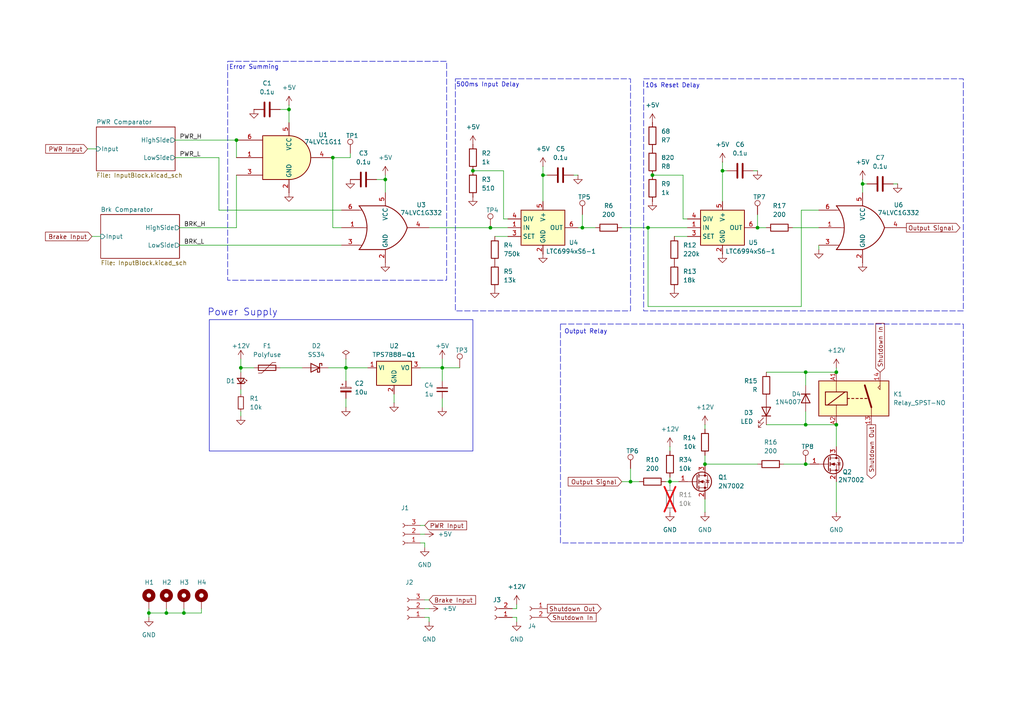
<source format=kicad_sch>
(kicad_sch (version 20250114) (generator "eeschema") (generator_version "9.0")
  (paper "A4")
  (title_block (title "BSPD ") (rev "v1.1") (company "York Formula Student"))
  (lib_symbols
    (symbol "!LJC:L78M"
      (property "Reference" "U" (at 4.318 9.652 0))
      (property "Value" "L78M05CDT" (at 5.334 7.366 0))
      (symbol "L78M_1_1"
        (rectangle (start 0 5.715) (end 10.16 -1.27) (stroke (width 0.25)) (fill (type background)))
        (pin power_in line (at -2.54 3.81 0) (length 2.54) (name "VI") (number "1"))
        (pin power_in line (at 5.08 -3.81 90) (length 2.54) (name "GND") (number "2"))
        (pin power_out line (at 12.7 3.81 180) (length 2.54) (name "VO") (number "3"))
      )
    )
    (symbol "74xGxx:74LVC1G11"
      (property "Reference" "U" (at -5.08 10.16 0))
      (property "Value" "74LVC1G11" (at 7.62 -10.16 0))
      (symbol "74LVC1G11_0_1"
        (arc (start 0 6.35) (mid 6.3224 0) (end 0 -6.35) (stroke (width 0.254)) (fill (type background)))
        (polyline (pts (xy 0 -6.35) (xy -7.62 -6.35) (xy -7.62 6.35) (xy 0 6.35)) (stroke (width 0.254)) (fill (type background)))
      )
      (symbol "74LVC1G11_1_1"
        (pin input line (at -15.24 5.08 0) (length 7.62) (name "~") (number "6"))
        (pin input line (at -15.24 0 0) (length 7.62) (name "~") (number "1"))
        (pin input line (at -15.24 -5.08 0) (length 7.62) (name "~") (number "3"))
        (pin power_in line (at 0 10.16 270) (length 3.81) (name "VCC") (number "5"))
        (pin power_in line (at 0 -10.16 90) (length 3.81) (name "GND") (number "2"))
        (pin output line (at 12.7 0 180) (length 6.35) (name "~") (number "4"))
      )
    )
    (symbol "74xGxx:74LVC1G332"
      (property "Reference" "U" (at -7.112 7.366 0))
      (property "Value" "74LVC1G332" (at 6.096 -7.62 0))
      (symbol "74LVC1G332_0_1"
        (arc (start -7.62 6.35) (mid -5.321 0) (end -7.62 -6.35) (stroke (width 0.254)))
        (polyline (pts (xy -7.62 5.08) (xy -6.858 5.08)))
        (polyline (pts (xy -7.62 -5.08) (xy -6.858 -5.08)))
        (polyline (pts (xy -6.35 0) (xy -5.334 0)))
        (arc (start 6.35 0) (mid 3.9978 -3.9978) (end 0 -6.35) (stroke (width 0.254)))
        (arc (start 0 6.35) (mid 3.9978 3.9978) (end 6.35 0) (stroke (width 0.254)))
        (polyline (pts (xy 0 6.35) (xy -7.62 6.35)) (stroke (width 0.254)) (fill (type background)))
        (polyline (pts (xy 0 -6.35) (xy -7.62 -6.35)) (stroke (width 0.254)) (fill (type background)))
      )
      (symbol "74LVC1G332_1_1"
        (pin input line (at -12.7 5.08 0) (length 5.08) (name "~") (number "6"))
        (pin input line (at -12.7 0 0) (length 6.35) (name "~") (number "1"))
        (pin input line (at -12.7 -5.08 0) (length 5.08) (name "~") (number "3"))
        (pin power_in line (at 0 10.16 270) (length 3.81) (name "VCC") (number "5"))
        (pin power_in line (at 0 -10.16 90) (length 3.81) (name "GND") (number "2"))
        (pin output line (at 12.7 0 180) (length 6.35) (name "~") (number "4"))
      )
    )
    (symbol "Connector:Conn_01x02_Socket" (pin_names (offset 1.016) (hide yes))
      (property "Reference" "J" (at 0 2.54 0))
      (property "Value" "Conn_01x02_Socket" (at 0 -5.08 0))
      (symbol "Conn_01x02_Socket_1_1"
        (polyline (pts (xy -1.27 0) (xy -0.508 0)) (stroke (width 0.1524)))
        (polyline (pts (xy -1.27 -2.54) (xy -0.508 -2.54)) (stroke (width 0.1524)))
        (arc (start 0 -0.508) (mid -0.5058 0) (end 0 0.508) (stroke (width 0.1524)))
        (arc (start 0 -3.048) (mid -0.5058 -2.54) (end 0 -2.032) (stroke (width 0.1524)))
        (pin passive line (at -5.08 0 0) (length 3.81) (name "Pin_1") (number "1"))
        (pin passive line (at -5.08 -2.54 0) (length 3.81) (name "Pin_2") (number "2"))
      )
    )
    (symbol "Connector:Conn_01x03_Socket" (pin_names (offset 1.016) (hide yes))
      (property "Reference" "J" (at 0 5.08 0))
      (property "Value" "Conn_01x03_Socket" (at 0 -5.08 0))
      (symbol "Conn_01x03_Socket_1_1"
        (polyline (pts (xy -1.27 2.54) (xy -0.508 2.54)) (stroke (width 0.1524)))
        (polyline (pts (xy -1.27 0) (xy -0.508 0)) (stroke (width 0.1524)))
        (polyline (pts (xy -1.27 -2.54) (xy -0.508 -2.54)) (stroke (width 0.1524)))
        (arc (start 0 2.032) (mid -0.5058 2.54) (end 0 3.048) (stroke (width 0.1524)))
        (arc (start 0 -0.508) (mid -0.5058 0) (end 0 0.508) (stroke (width 0.1524)))
        (arc (start 0 -3.048) (mid -0.5058 -2.54) (end 0 -2.032) (stroke (width 0.1524)))
        (pin passive line (at -5.08 2.54 0) (length 3.81) (name "Pin_1") (number "1"))
        (pin passive line (at -5.08 0 0) (length 3.81) (name "Pin_2") (number "2"))
        (pin passive line (at -5.08 -2.54 0) (length 3.81) (name "Pin_3") (number "3"))
      )
    )
    (symbol "Connector:TestPoint" (pin_numbers (hide yes)) (pin_names (offset 0.762) (hide yes))
      (property "Reference" "TP" (at 0 6.858 0))
      (property "Value" "TestPoint" (at 0 5.08 0))
      (symbol "TestPoint_0_1"
        (circle (center 0 3.302) (radius 0.762))
      )
      (symbol "TestPoint_1_1"
        (pin passive line (at 0 0 90) (length 2.54) (name "1") (number "1"))
      )
    )
    (symbol "Device:C" (pin_numbers (hide yes)) (pin_names (offset 0.254))
      (property "Reference" "C" (at 0.635 2.54 0))
      (property "Value" "C" (at 0.635 -2.54 0))
      (symbol "C_0_1"
        (polyline (pts (xy -2.032 0.762) (xy 2.032 0.762)) (stroke (width 0.508)))
        (polyline (pts (xy -2.032 -0.762) (xy 2.032 -0.762)) (stroke (width 0.508)))
      )
      (symbol "C_1_1"
        (pin passive line (at 0 3.81 270) (length 2.794) (name "~") (number "1"))
        (pin passive line (at 0 -3.81 90) (length 2.794) (name "~") (number "2"))
      )
    )
    (symbol "Device:C_Polarized_Small" (pin_numbers (hide yes)) (pin_names (offset 0.254) (hide yes))
      (property "Reference" "C" (at 0.254 1.778 0))
      (property "Value" "C_Polarized_Small" (at 0.254 -2.032 0))
      (symbol "C_Polarized_Small_0_1"
        (rectangle (start -1.524 0.6858) (end 1.524 0.3048))
        (rectangle (start -1.524 -0.3048) (end 1.524 -0.6858) (fill (type outline)))
        (polyline (pts (xy -1.27 1.524) (xy -0.762 1.524)))
        (polyline (pts (xy -1.016 1.27) (xy -1.016 1.778)))
      )
      (symbol "C_Polarized_Small_1_1"
        (pin passive line (at 0 2.54 270) (length 1.8542) (name "~") (number "1"))
        (pin passive line (at 0 -2.54 90) (length 1.8542) (name "~") (number "2"))
      )
    )
    (symbol "Device:C_Small" (pin_numbers (hide yes)) (pin_names (offset 0.254) (hide yes))
      (property "Reference" "C" (at 0.254 1.778 0))
      (property "Value" "C_Small" (at 0.254 -2.032 0))
      (symbol "C_Small_0_1"
        (polyline (pts (xy -1.524 0.508) (xy 1.524 0.508)) (stroke (width 0.3048)))
        (polyline (pts (xy -1.524 -0.508) (xy 1.524 -0.508)) (stroke (width 0.3302)))
      )
      (symbol "C_Small_1_1"
        (pin passive line (at 0 2.54 270) (length 2.032) (name "~") (number "1"))
        (pin passive line (at 0 -2.54 90) (length 2.032) (name "~") (number "2"))
      )
    )
    (symbol "Device:LED" (pin_numbers (hide yes)) (pin_names (offset 1.016) (hide yes))
      (property "Reference" "D" (at 0 2.54 0))
      (property "Value" "LED" (at 0 -2.54 0))
      (symbol "LED_0_1"
        (polyline (pts (xy -3.048 -0.762) (xy -4.572 -2.286) (xy -3.81 -2.286) (xy -4.572 -2.286) (xy -4.572 -1.524)))
        (polyline (pts (xy -1.778 -0.762) (xy -3.302 -2.286) (xy -2.54 -2.286) (xy -3.302 -2.286) (xy -3.302 -1.524)))
        (polyline (pts (xy -1.27 0) (xy 1.27 0)))
        (polyline (pts (xy -1.27 -1.27) (xy -1.27 1.27)) (stroke (width 0.254)))
        (polyline (pts (xy 1.27 -1.27) (xy 1.27 1.27) (xy -1.27 0) (xy 1.27 -1.27)) (stroke (width 0.254)))
      )
      (symbol "LED_1_1"
        (pin passive line (at -3.81 0 0) (length 2.54) (name "K") (number "1"))
        (pin passive line (at 3.81 0 180) (length 2.54) (name "A") (number "2"))
      )
    )
    (symbol "Device:LED_Small" (pin_numbers (hide yes)) (pin_names (offset 0.254) (hide yes))
      (property "Reference" "D" (at -1.27 3.175 0))
      (property "Value" "LED_Small" (at -4.445 -2.54 0))
      (symbol "LED_Small_0_1"
        (polyline (pts (xy -0.762 -1.016) (xy -0.762 1.016)) (stroke (width 0.254)))
        (polyline (pts (xy 0 0.762) (xy -0.508 1.27) (xy -0.254 1.27) (xy -0.508 1.27) (xy -0.508 1.016)))
        (polyline (pts (xy 0.508 1.27) (xy 0 1.778) (xy 0.254 1.778) (xy 0 1.778) (xy 0 1.524)))
        (polyline (pts (xy 0.762 -1.016) (xy -0.762 0) (xy 0.762 1.016) (xy 0.762 -1.016)) (stroke (width 0.254)))
        (polyline (pts (xy 1.016 0) (xy -0.762 0)))
      )
      (symbol "LED_Small_1_1"
        (pin passive line (at -2.54 0 0) (length 1.778) (name "K") (number "1"))
        (pin passive line (at 2.54 0 180) (length 1.778) (name "A") (number "2"))
      )
    )
    (symbol "Device:Polyfuse" (pin_numbers (hide yes)) (pin_names (offset 0))
      (property "Reference" "F" (at -2.54 0 90))
      (property "Value" "Polyfuse" (at 2.54 0 90))
      (symbol "Polyfuse_0_1"
        (polyline (pts (xy -1.524 2.54) (xy -1.524 1.524) (xy 1.524 -1.524) (xy 1.524 -2.54)))
        (rectangle (start -0.762 2.54) (end 0.762 -2.54) (stroke (width 0.254)))
        (polyline (pts (xy 0 2.54) (xy 0 -2.54)))
      )
      (symbol "Polyfuse_1_1"
        (pin passive line (at 0 3.81 270) (length 1.27) (name "~") (number "1"))
        (pin passive line (at 0 -3.81 90) (length 1.27) (name "~") (number "2"))
      )
    )
    (symbol "Device:R" (pin_numbers (hide yes)) (pin_names (offset 0))
      (property "Reference" "R" (at 2.032 0 90))
      (property "Value" "R" (at 0 0 90))
      (symbol "R_0_1"
        (rectangle (start -1.016 -2.54) (end 1.016 2.54) (stroke (width 0.254)))
      )
      (symbol "R_1_1"
        (pin passive line (at 0 3.81 270) (length 1.27) (name "~") (number "1"))
        (pin passive line (at 0 -3.81 90) (length 1.27) (name "~") (number "2"))
      )
    )
    (symbol "Device:R_Small" (pin_numbers (hide yes)) (pin_names (offset 0.254) (hide yes))
      (property "Reference" "R" (at 0.762 0.508 0))
      (property "Value" "R_Small" (at 0.762 -1.016 0))
      (symbol "R_Small_0_1"
        (rectangle (start -0.762 1.778) (end 0.762 -1.778) (stroke (width 0.2032)))
      )
      (symbol "R_Small_1_1"
        (pin passive line (at 0 2.54 270) (length 0.762) (name "~") (number "1"))
        (pin passive line (at 0 -2.54 90) (length 0.762) (name "~") (number "2"))
      )
    )
    (symbol "Diode:1N4007" (pin_numbers (hide yes)) (pin_names (hide yes))
      (property "Reference" "D" (at 0 2.54 0))
      (property "Value" "1N4007" (at 0 -2.54 0))
      (symbol "1N4007_0_1"
        (polyline (pts (xy -1.27 1.27) (xy -1.27 -1.27)) (stroke (width 0.254)))
        (polyline (pts (xy 1.27 1.27) (xy 1.27 -1.27) (xy -1.27 0) (xy 1.27 1.27)) (stroke (width 0.254)))
        (polyline (pts (xy 1.27 0) (xy -1.27 0)))
      )
      (symbol "1N4007_1_1"
        (pin passive line (at -3.81 0 0) (length 2.54) (name "K") (number "1"))
        (pin passive line (at 3.81 0 180) (length 2.54) (name "A") (number "2"))
      )
    )
    (symbol "Diode:SS34" (pin_numbers (hide yes)) (pin_names (offset 1.016) (hide yes))
      (property "Reference" "D" (at 0 2.54 0))
      (property "Value" "SS34" (at 0 -2.54 0))
      (symbol "SS34_0_1"
        (polyline (pts (xy -1.905 0.635) (xy -1.905 1.27) (xy -1.27 1.27) (xy -1.27 -1.27) (xy -0.635 -1.27) (xy -0.635 -0.635)) (stroke (width 0.254)))
        (polyline (pts (xy 1.27 1.27) (xy 1.27 -1.27) (xy -1.27 0) (xy 1.27 1.27)) (stroke (width 0.254)))
        (polyline (pts (xy 1.27 0) (xy -1.27 0)))
      )
      (symbol "SS34_1_1"
        (pin passive line (at -3.81 0 0) (length 2.54) (name "K") (number "1"))
        (pin passive line (at 3.81 0 180) (length 2.54) (name "A") (number "2"))
      )
    )
    (symbol "Mechanical:MountingHole_Pad" (pin_numbers (hide yes)) (pin_names (offset 1.016) (hide yes)) (exclude_from_sim yes) (in_bom no)
      (property "Reference" "H" (at 0 6.35 0))
      (property "Value" "MountingHole_Pad" (at 0 4.445 0))
      (symbol "MountingHole_Pad_0_1"
        (circle (center 0 1.27) (radius 1.27) (stroke (width 1.27)))
      )
      (symbol "MountingHole_Pad_1_1"
        (pin input line (at 0 -2.54 90) (length 2.54) (name "1") (number "1"))
      )
    )
    (symbol "Relay:Relay_SPST-NO"
      (property "Reference" "K" (at 11.43 3.81 0))
      (property "Value" "Relay_SPST-NO" (at 11.43 1.27 0))
      (symbol "Relay_SPST-NO_0_0"
        (polyline (pts (xy 7.62 5.08) (xy 7.62 2.54) (xy 6.985 3.175) (xy 7.62 3.81)))
      )
      (symbol "Relay_SPST-NO_0_1"
        (rectangle (start -10.16 5.08) (end 10.16 -5.08) (stroke (width 0.254)) (fill (type background)))
        (rectangle (start -8.255 1.905) (end -1.905 -1.905) (stroke (width 0.254)))
        (polyline (pts (xy -7.62 -1.905) (xy -2.54 1.905)) (stroke (width 0.254)))
        (polyline (pts (xy -5.08 5.08) (xy -5.08 1.905)))
        (polyline (pts (xy -5.08 -5.08) (xy -5.08 -1.905)))
        (polyline (pts (xy -1.905 0) (xy -1.27 0)) (stroke (width 0.254)))
        (polyline (pts (xy -0.635 0) (xy 0 0)) (stroke (width 0.254)))
        (polyline (pts (xy 0.635 0) (xy 1.27 0)) (stroke (width 0.254)))
        (polyline (pts (xy 1.905 0) (xy 2.54 0)) (stroke (width 0.254)))
        (polyline (pts (xy 3.175 0) (xy 3.81 0)) (stroke (width 0.254)))
        (polyline (pts (xy 5.08 -2.54) (xy 3.175 3.81)) (stroke (width 0.508)))
        (polyline (pts (xy 5.08 -2.54) (xy 5.08 -5.08)))
      )
      (symbol "Relay_SPST-NO_1_1"
        (pin passive line (at -5.08 7.62 270) (length 2.54) (name "~") (number "A1"))
        (pin passive line (at -5.08 -7.62 90) (length 2.54) (name "~") (number "A2"))
        (pin passive line (at 5.08 -7.62 90) (length 2.54) (name "~") (number "13"))
        (pin passive line (at 7.62 7.62 270) (length 2.54) (name "~") (number "14"))
      )
    )
    (symbol "Timer:LTC6994xS6-1"
      (property "Reference" "U" (at -6.35 6.35 0))
      (property "Value" "LTC6994xS6-1" (at 7.62 6.35 0))
      (symbol "LTC6994xS6-1_0_1"
        (rectangle (start -6.35 5.08) (end 6.35 -5.08) (stroke (width 0.254)) (fill (type background)))
      )
      (symbol "LTC6994xS6-1_1_1"
        (pin input line (at -10.16 2.54 0) (length 3.81) (name "DIV") (number "4"))
        (pin input line (at -10.16 0 0) (length 3.81) (name "IN") (number "1"))
        (pin passive line (at -10.16 -2.54 0) (length 3.81) (name "SET") (number "3"))
        (pin power_in line (at 0 7.62 270) (length 2.54) (name "V+") (number "5"))
        (pin power_in line (at 0 -7.62 90) (length 2.54) (name "GND") (number "2"))
        (pin output line (at 10.16 0 180) (length 3.81) (name "OUT") (number "6"))
      )
    )
    (symbol "Transistor_FET:2N7002" (pin_names (hide yes))
      (property "Reference" "Q" (at 5.08 1.905 0))
      (property "Value" "2N7002" (at 5.08 0 0))
      (symbol "2N7002_0_1"
        (polyline (pts (xy 0.254 1.905) (xy 0.254 -1.905)) (stroke (width 0.254)))
        (polyline (pts (xy 0.254 0) (xy -2.54 0)))
        (polyline (pts (xy 0.762 2.286) (xy 0.762 1.27)) (stroke (width 0.254)))
        (polyline (pts (xy 0.762 0.508) (xy 0.762 -0.508)) (stroke (width 0.254)))
        (polyline (pts (xy 0.762 -1.27) (xy 0.762 -2.286)) (stroke (width 0.254)))
        (polyline (pts (xy 0.762 -1.778) (xy 3.302 -1.778) (xy 3.302 1.778) (xy 0.762 1.778)))
        (polyline (pts (xy 1.016 0) (xy 2.032 0.381) (xy 2.032 -0.381) (xy 1.016 0)) (fill (type outline)))
        (circle (center 1.651 0) (radius 2.794) (stroke (width 0.254)))
        (polyline (pts (xy 2.54 2.54) (xy 2.54 1.778)))
        (circle (center 2.54 1.778) (radius 0.254) (fill (type outline)))
        (circle (center 2.54 -1.778) (radius 0.254) (fill (type outline)))
        (polyline (pts (xy 2.54 -2.54) (xy 2.54 0) (xy 0.762 0)))
        (polyline (pts (xy 2.794 0.508) (xy 2.921 0.381) (xy 3.683 0.381) (xy 3.81 0.254)))
        (polyline (pts (xy 3.302 0.381) (xy 2.921 -0.254) (xy 3.683 -0.254) (xy 3.302 0.381)))
      )
      (symbol "2N7002_1_1"
        (pin input line (at -5.08 0 0) (length 2.54) (name "G") (number "1"))
        (pin passive line (at 2.54 5.08 270) (length 2.54) (name "D") (number "3"))
        (pin passive line (at 2.54 -5.08 90) (length 2.54) (name "S") (number "2"))
      )
    )
    (symbol "power:+12V" (power) (pin_numbers (hide yes)) (pin_names (offset 0) (hide yes))
      (property "Value" "+12V" (at 0 3.556 0))
      (symbol "+12V_0_1"
        (polyline (pts (xy -0.762 1.27) (xy 0 2.54)))
        (polyline (pts (xy 0 2.54) (xy 0.762 1.27)))
        (polyline (pts (xy 0 0) (xy 0 2.54)))
      )
      (symbol "+12V_1_1"
        (pin power_in line (at 0 0 90) (length 0) (name "~") (number "1"))
      )
    )
    (symbol "power:+5V" (power) (pin_numbers (hide yes)) (pin_names (offset 0) (hide yes))
      (property "Value" "+5V" (at 0 3.556 0))
      (symbol "+5V_0_1"
        (polyline (pts (xy -0.762 1.27) (xy 0 2.54)))
        (polyline (pts (xy 0 2.54) (xy 0.762 1.27)))
        (polyline (pts (xy 0 0) (xy 0 2.54)))
      )
      (symbol "+5V_1_1"
        (pin power_in line (at 0 0 90) (length 0) (name "~") (number "1"))
      )
    )
    (symbol "power:GND" (power) (pin_numbers (hide yes)) (pin_names (offset 0) (hide yes))
      (property "Value" "GND" (at 0 -3.81 0))
      (symbol "GND_0_1"
        (polyline (pts (xy 0 0) (xy 0 -1.27) (xy 1.27 -1.27) (xy 0 -2.54) (xy -1.27 -1.27) (xy 0 -1.27)))
      )
      (symbol "GND_1_1"
        (pin power_in line (at 0 0 270) (length 0) (name "~") (number "1"))
      )
    )
    (symbol "power:PWR_FLAG" (power) (pin_numbers (hide yes)) (pin_names (offset 0) (hide yes))
      (property "Value" "PWR_FLAG" (at 0 3.81 0))
      (symbol "PWR_FLAG_0_0"
        (pin power_out line (at 0 0 90) (length 0) (name "~") (number "1"))
      )
      (symbol "PWR_FLAG_0_1"
        (polyline (pts (xy 0 0) (xy 0 1.27) (xy -1.016 1.905) (xy 0 2.54) (xy 1.016 1.905) (xy 0 1.27)))
      )
    )
  )
  (rectangle (start 186.69 22.86) (end 279.4 90.17) (stroke (width 0) (type dash)))
  (rectangle (start 162.56 93.98) (end 279.4 157.48) (stroke (width 0) (type dash)))
  (rectangle (start 66.04 17.78) (end 129.54 81.28) (stroke (width 0) (type dash)))
  (rectangle (start 60.706 92.71) (end 137.16 130.81))
  (rectangle (start 132.08 22.86) (end 182.88 90.17) (stroke (width 0) (type dash)))
  (text "500ms Input Delay" (at 141.478 24.638 0) (effects (font (size 1.27 1.27))))
  (text "Error Summing" (at 73.66 19.558 0) (effects (font (size 1.27 1.27))))
  (text "Power Supply" (at 70.358 90.678 0) (effects (font (size 2 2))))
  (text "10s Reset Delay" (at 195.072 24.892 0) (effects (font (size 1.27 1.27))))
  (text "Output Relay" (at 169.926 96.266 0) (effects (font (size 1.27 1.27))))
  (junction (at 157.48 50.8))
  (junction (at 233.68 123.19))
  (junction (at 168.91 66.04))
  (junction (at 182.88 139.7))
  (junction (at 53.34 177.8))
  (junction (at 242.57 123.19))
  (junction (at 194.31 139.7))
  (junction (at 43.18 177.8))
  (junction (at 242.57 107.95))
  (junction (at 111.76 52.07))
  (junction (at 128.27 106.68))
  (junction (at 137.16 49.53))
  (junction (at 187.96 66.04))
  (junction (at 204.47 134.62))
  (junction (at 233.68 107.95))
  (junction (at 233.68 134.62))
  (junction (at 69.85 106.68))
  (junction (at 189.23 50.8))
  (junction (at 96.52 45.72))
  (junction (at 48.26 177.8))
  (junction (at 250.19 53.34))
  (junction (at 209.55 49.53))
  (junction (at 100.33 106.68))
  (junction (at 219.71 66.04))
  (junction (at 68.58 40.64))
  (junction (at 83.82 31.75))
  (junction (at 142.24 66.04))
  (wire (pts (xy 147.32 63.5) (xy 146.05 63.5)))
  (wire (pts (xy 50.8 45.72) (xy 63.5 45.72)))
  (wire (pts (xy 148.59 179.07) (xy 149.86 179.07)))
  (wire (pts (xy 204.47 134.62) (xy 219.71 134.62)))
  (wire (pts (xy 100.33 115.57) (xy 100.33 118.11)))
  (wire (pts (xy 123.19 154.94) (xy 121.92 154.94)))
  (wire (pts (xy 187.96 66.04) (xy 199.39 66.04)))
  (wire (pts (xy 204.47 123.19) (xy 204.47 124.46)))
  (wire (pts (xy 69.85 106.68) (xy 73.66 106.68)))
  (wire (pts (xy 96.52 66.04) (xy 99.06 66.04)))
  (wire (pts (xy 96.52 45.72) (xy 96.52 66.04)))
  (wire (pts (xy 123.19 157.48) (xy 123.19 158.75)))
  (wire (pts (xy 157.48 50.8) (xy 157.48 58.42)))
  (wire (pts (xy 43.18 177.8) (xy 43.18 179.07)))
  (wire (pts (xy 83.82 30.48) (xy 83.82 31.75)))
  (wire (pts (xy 128.27 106.68) (xy 133.35 106.68)))
  (wire (pts (xy 68.58 66.04) (xy 68.58 50.8)))
  (wire (pts (xy 137.16 49.53) (xy 146.05 49.53)))
  (wire (pts (xy 48.26 177.8) (xy 48.26 176.53)))
  (wire (pts (xy 250.19 53.34) (xy 250.19 55.88)))
  (wire (pts (xy 185.42 139.7) (xy 182.88 139.7)))
  (wire (pts (xy 58.42 176.53) (xy 58.42 177.8)))
  (wire (pts (xy 124.46 66.04) (xy 142.24 66.04)))
  (wire (pts (xy 209.55 49.53) (xy 209.55 58.42)))
  (wire (pts (xy 180.34 66.04) (xy 187.96 66.04)))
  (wire (pts (xy 69.85 114.3) (xy 69.85 113.03)))
  (wire (pts (xy 187.96 88.9) (xy 232.41 88.9)))
  (wire (pts (xy 128.27 115.57) (xy 128.27 118.11)))
  (wire (pts (xy 146.05 63.5) (xy 146.05 49.53)))
  (wire (pts (xy 232.41 60.96) (xy 232.41 88.9)))
  (wire (pts (xy 210.82 49.53) (xy 209.55 49.53)))
  (wire (pts (xy 124.46 176.53) (xy 123.19 176.53)))
  (wire (pts (xy 148.59 176.53) (xy 149.86 176.53)))
  (wire (pts (xy 187.96 88.9) (xy 187.96 66.04)))
  (wire (pts (xy 69.85 120.65) (xy 69.85 119.38)))
  (wire (pts (xy 198.12 63.5) (xy 199.39 63.5)))
  (wire (pts (xy 168.91 62.23) (xy 168.91 66.04)))
  (wire (pts (xy 233.68 107.95) (xy 233.68 111.76)))
  (wire (pts (xy 114.3 114.3) (xy 114.3 116.84)))
  (wire (pts (xy 182.88 139.7) (xy 180.34 139.7)))
  (wire (pts (xy 63.5 60.96) (xy 63.5 45.72)))
  (wire (pts (xy 123.19 173.99) (xy 124.46 173.99)))
  (wire (pts (xy 143.51 68.58) (xy 147.32 68.58)))
  (wire (pts (xy 189.23 50.8) (xy 198.12 50.8)))
  (wire (pts (xy 250.19 53.34) (xy 251.46 53.34)))
  (wire (pts (xy 69.85 107.95) (xy 69.85 106.68)))
  (wire (pts (xy 259.08 53.34) (xy 260.35 53.34)))
  (wire (pts (xy 158.75 50.8) (xy 157.48 50.8)))
  (wire (pts (xy 242.57 106.68) (xy 242.57 107.95)))
  (wire (pts (xy 83.82 31.75) (xy 83.82 35.56)))
  (wire (pts (xy 229.87 66.04) (xy 237.49 66.04)))
  (wire (pts (xy 101.6 44.45) (xy 101.6 45.72)))
  (wire (pts (xy 81.28 31.75) (xy 83.82 31.75)))
  (wire (pts (xy 52.07 71.12) (xy 99.06 71.12)))
  (wire (pts (xy 194.31 139.7) (xy 196.85 139.7)))
  (wire (pts (xy 227.33 134.62) (xy 233.68 134.62)))
  (wire (pts (xy 222.25 107.95) (xy 233.68 107.95)))
  (wire (pts (xy 233.68 119.38) (xy 233.68 123.19)))
  (wire (pts (xy 172.72 66.04) (xy 168.91 66.04)))
  (wire (pts (xy 233.68 107.95) (xy 242.57 107.95)))
  (wire (pts (xy 182.88 135.89) (xy 182.88 139.7)))
  (wire (pts (xy 237.49 60.96) (xy 232.41 60.96)))
  (wire (pts (xy 194.31 138.43) (xy 194.31 139.7)))
  (wire (pts (xy 43.18 177.8) (xy 48.26 177.8)))
  (wire (pts (xy 121.92 152.4) (xy 123.19 152.4)))
  (wire (pts (xy 43.18 176.53) (xy 43.18 177.8)))
  (wire (pts (xy 121.92 106.68) (xy 128.27 106.68)))
  (wire (pts (xy 233.68 134.62) (xy 234.95 134.62)))
  (wire (pts (xy 53.34 177.8) (xy 53.34 176.53)))
  (wire (pts (xy 128.27 104.14) (xy 128.27 106.68)))
  (wire (pts (xy 250.19 52.07) (xy 250.19 53.34)))
  (wire (pts (xy 198.12 63.5) (xy 198.12 50.8)))
  (wire (pts (xy 81.28 106.68) (xy 87.63 106.68)))
  (wire (pts (xy 101.6 45.72) (xy 96.52 45.72)))
  (wire (pts (xy 68.58 40.64) (xy 68.58 45.72)))
  (wire (pts (xy 25.4 43.18) (xy 27.94 43.18)))
  (wire (pts (xy 121.92 157.48) (xy 123.19 157.48)))
  (wire (pts (xy 237.49 71.12) (xy 237.49 72.39)))
  (wire (pts (xy 242.57 123.19) (xy 242.57 129.54)))
  (wire (pts (xy 167.64 66.04) (xy 168.91 66.04)))
  (wire (pts (xy 157.48 48.26) (xy 157.48 50.8)))
  (wire (pts (xy 69.85 104.14) (xy 69.85 106.68)))
  (wire (pts (xy 218.44 49.53) (xy 219.71 49.53)))
  (wire (pts (xy 194.31 140.97) (xy 194.31 139.7)))
  (wire (pts (xy 100.33 106.68) (xy 100.33 110.49)))
  (wire (pts (xy 109.22 52.07) (xy 111.76 52.07)))
  (wire (pts (xy 219.71 62.23) (xy 219.71 66.04)))
  (wire (pts (xy 50.8 40.64) (xy 68.58 40.64)))
  (wire (pts (xy 58.42 177.8) (xy 53.34 177.8)))
  (wire (pts (xy 124.46 179.07) (xy 124.46 180.34)))
  (wire (pts (xy 222.25 123.19) (xy 233.68 123.19)))
  (wire (pts (xy 149.86 176.53) (xy 149.86 175.26)))
  (wire (pts (xy 99.06 60.96) (xy 63.5 60.96)))
  (wire (pts (xy 233.68 123.19) (xy 242.57 123.19)))
  (wire (pts (xy 166.37 50.8) (xy 167.64 50.8)))
  (wire (pts (xy 242.57 148.59) (xy 242.57 139.7)))
  (wire (pts (xy 128.27 110.49) (xy 128.27 106.68)))
  (wire (pts (xy 195.58 68.58) (xy 199.39 68.58)))
  (wire (pts (xy 204.47 132.08) (xy 204.47 134.62)))
  (wire (pts (xy 193.04 139.7) (xy 194.31 139.7)))
  (wire (pts (xy 142.24 66.04) (xy 147.32 66.04)))
  (wire (pts (xy 100.33 104.14) (xy 100.33 106.68)))
  (wire (pts (xy 209.55 46.99) (xy 209.55 49.53)))
  (wire (pts (xy 123.19 179.07) (xy 124.46 179.07)))
  (wire (pts (xy 26.67 68.58) (xy 29.21 68.58)))
  (wire (pts (xy 194.31 129.54) (xy 194.31 130.81)))
  (wire (pts (xy 204.47 148.59) (xy 204.47 144.78)))
  (wire (pts (xy 100.33 106.68) (xy 106.68 106.68)))
  (wire (pts (xy 52.07 66.04) (xy 68.58 66.04)))
  (wire (pts (xy 219.71 66.04) (xy 222.25 66.04)))
  (wire (pts (xy 95.25 106.68) (xy 100.33 106.68)))
  (wire (pts (xy 111.76 50.8) (xy 111.76 52.07)))
  (wire (pts (xy 53.34 177.8) (xy 48.26 177.8)))
  (wire (pts (xy 111.76 52.07) (xy 111.76 55.88)))
  (wire (pts (xy 149.86 179.07) (xy 149.86 180.34)))
  (label "BRK_H" (at 53.34 66.04 0))
  (label "PWR_L" (at 52.07 45.72 0))
  (label "PWR_H" (at 52.07 40.64 0))
  (label "BRK_L" (at 53.34 71.12 0))
  (global_label "Shutdown Out" (shape output) (at 252.73 123.19 270) (property "Intersheetrefs" "${INTERSHEET_REFS}" (effects (hide yes))))
  (global_label "Brake Input" (shape input) (at 124.46 173.99 0) (property "Intersheetrefs" "${INTERSHEET_REFS}" (effects (hide yes))))
  (global_label "PWR Input" (shape input) (at 25.4 43.18 180) (property "Intersheetrefs" "${INTERSHEET_REFS}" (effects (hide yes))))
  (global_label "Output Signal" (shape output) (at 262.89 66.04 0) (property "Intersheetrefs" "${INTERSHEET_REFS}" (effects (hide yes))))
  (global_label "Shutdown In" (shape input) (at 255.27 107.95 90) (property "Intersheetrefs" "${INTERSHEET_REFS}" (effects (hide yes))))
  (global_label "Shutdown Out" (shape output) (at 158.75 176.53 0) (property "Intersheetrefs" "${INTERSHEET_REFS}" (effects (hide yes))))
  (global_label "Output Signal" (shape input) (at 180.34 139.7 180) (property "Intersheetrefs" "${INTERSHEET_REFS}" (effects (hide yes))))
  (global_label "Brake Input" (shape input) (at 26.67 68.58 180) (property "Intersheetrefs" "${INTERSHEET_REFS}" (effects (hide yes))))
  (global_label "PWR Input" (shape input) (at 123.19 152.4 0) (property "Intersheetrefs" "${INTERSHEET_REFS}" (effects (hide yes))))
  (global_label "Shutdown In" (shape input) (at 158.75 179.07 0) (property "Intersheetrefs" "${INTERSHEET_REFS}" (effects (hide yes))))
  (symbol (lib_id "Transistor_FET:2N7002") (at 201.93 139.7 0) (unit 1)
    (property "Reference" "Q1" (at 208.28 138.4299 0) (effects (justify left)))
    (property "Value" "2N7002" (at 208.28 140.9699 0) (effects (justify left)))
    (property "Footprint" "Package_TO_SOT_SMD:SOT-23" (effects (hide yes)))
    (property "Datasheet" "https://www.onsemi.com/pub/Collateral/NDS7002A-D.PDF" (effects (hide yes)))
    (property "Description" "0.115A Id, 60V Vds, N-Channel MOSFET, SOT-23" (effects (hide yes)))
  )
  (symbol (lib_id "Device:R") (at 223.52 134.62 90) (unit 1)
    (property "Reference" "R16" (at 223.52 128.27 90))
    (property "Value" "200" (at 223.52 130.81 90))
    (property "Footprint" "Resistor_SMD:R_0603_1608Metric" (effects (hide yes)))
    (property "Description" "Resistor" (effects (hide yes)))
  )
  (symbol (lib_id "Connector:TestPoint") (at 219.71 62.23 0) (unit 1)
    (property "Reference" "TP7" (at 218.44 57.15 0) (effects (justify left)))
    (property "Value" "TestPoint" (effects (hide yes)))
    (property "Footprint" "TestPoint:TestPoint_Keystone_5000-5004_Miniature" (effects (hide yes)))
    (property "Description" "test point" (effects (hide yes)))
  )
  (symbol (lib_id "power:+5V") (at 83.82 30.48 0) (unit 1)
    (property "Reference" "#PWR04" (effects (hide yes)))
    (property "Value" "+5V" (at 83.82 25.4 0))
    (property "Description" "Power symbol creates a global label with name \"+5V\"" (effects (hide yes)))
  )
  (symbol (lib_id "Device:LED") (at 222.25 119.38 270) (mirror x) (unit 1)
    (property "Reference" "D3" (at 218.44 119.6974 90) (effects (justify right)))
    (property "Value" "LED" (at 218.44 122.2374 90) (effects (justify right)))
    (property "Footprint" "LED_SMD:LED_0603_1608Metric" (effects (hide yes)))
    (property "Description" "Light emitting diode" (effects (hide yes)))
  )
  (symbol (lib_id "Diode:SS34") (at 91.44 106.68 0) (mirror y) (unit 1)
    (property "Reference" "D2" (at 91.7575 100.33 0))
    (property "Value" "SS34" (at 91.7575 102.87 0))
    (property "Footprint" "Diode_SMD:D_SMA" (effects (hide yes)))
    (property "Datasheet" "https://www.vishay.com/docs/88751/ss32.pdf" (effects (hide yes)))
    (property "Description" "40V 3A Schottky Diode, SMA" (effects (hide yes)))
  )
  (symbol (lib_id "power:+12V") (at 124.46 176.53 270) (unit 1)
    (property "Reference" "#PWR013" (effects (hide yes)))
    (property "Value" "+5V" (at 128.27 176.5299 90) (effects (justify left)))
    (property "Description" "Power symbol creates a global label with name \"+12V\"" (effects (hide yes)))
  )
  (symbol (lib_id "power:GND") (at 149.86 180.34 0) (unit 1)
    (property "Reference" "#PWR021" (effects (hide yes)))
    (property "Value" "GND" (at 149.86 185.42 0))
    (property "Description" "Power symbol creates a global label with name \"GND\" , ground" (effects (hide yes)))
  )
  (symbol (lib_id "power:GND") (at 137.16 57.15 0) (unit 1)
    (property "Reference" "#PWR018" (effects (hide yes)))
    (property "Value" "GND" (effects (hide yes)))
    (property "Description" "Power symbol creates a global label with name \"GND\" , ground" (effects (hide yes)))
  )
  (symbol (lib_id "power:+5V") (at 189.23 35.56 0) (unit 1)
    (property "Reference" "#PWR025" (effects (hide yes)))
    (property "Value" "+5V" (at 189.23 30.48 0))
    (property "Description" "Power symbol creates a global label with name \"+5V\"" (effects (hide yes)))
  )
  (symbol (lib_id "Device:R_Small") (at 69.85 116.84 0) (mirror y) (unit 1)
    (property "Reference" "R1" (at 72.39 115.5699 0) (effects (justify right)))
    (property "Value" "10k" (at 72.39 118.1099 0) (effects (justify right)))
    (property "Footprint" "Resistor_SMD:R_0603_1608Metric" (effects (hide yes)))
    (property "Description" "Resistor, small symbol" (effects (hide yes)))
  )
  (symbol (lib_id "Device:R") (at 195.58 80.01 0) (unit 1)
    (property "Reference" "R13" (at 198.12 78.7399 0) (effects (justify left)))
    (property "Value" "18k" (at 198.12 81.2799 0) (effects (justify left)))
    (property "Footprint" "Resistor_SMD:R_0603_1608Metric" (effects (hide yes)))
    (property "Description" "Resistor" (effects (hide yes)))
  )
  (symbol (lib_id "Device:R") (at 176.53 66.04 270) (unit 1)
    (property "Reference" "R6" (at 176.53 59.69 90))
    (property "Value" "200" (at 176.53 62.23 90))
    (property "Footprint" "Resistor_SMD:R_0603_1608Metric" (effects (hide yes)))
    (property "Description" "Resistor" (effects (hide yes)))
  )
  (symbol (lib_id "power:+5V") (at 250.19 52.07 0) (mirror y) (unit 1)
    (property "Reference" "#PWR037" (effects (hide yes)))
    (property "Value" "+5V" (at 250.19 46.99 0))
    (property "Description" "Power symbol creates a global label with name \"+5V\"" (effects (hide yes)))
  )
  (symbol (lib_id "power:GND") (at 189.23 58.42 0) (unit 1)
    (property "Reference" "#PWR026" (effects (hide yes)))
    (property "Value" "GND" (effects (hide yes)))
    (property "Description" "Power symbol creates a global label with name \"GND\" , ground" (effects (hide yes)))
  )
  (symbol (lib_id "power:GND") (at 204.47 148.59 0) (unit 1)
    (property "Reference" "#PWR030" (effects (hide yes)))
    (property "Value" "GND" (at 204.47 153.67 0))
    (property "Description" "Power symbol creates a global label with name \"GND\" , ground" (effects (hide yes)))
  )
  (symbol (lib_id "Mechanical:MountingHole_Pad") (at 48.26 173.99 0) (unit 1) (exclude_from_sim yes) (in_bom no)
    (property "Reference" "H2" (at 46.99 168.91 0) (effects (justify left)))
    (property "Value" "MountingHole_Pad" (effects (hide yes)))
    (property "Footprint" "MountingHole:MountingHole_3.2mm_M3_Pad_Via" (effects (hide yes)))
    (property "Description" "Mounting Hole with connection" (effects (hide yes)))
  )
  (symbol (lib_id "power:GND") (at 260.35 53.34 0) (mirror y) (unit 1)
    (property "Reference" "#PWR039" (effects (hide yes)))
    (property "Value" "GND" (effects (hide yes)))
    (property "Description" "Power symbol creates a global label with name \"GND\" , ground" (effects (hide yes)))
  )
  (symbol (lib_id "power:+12V") (at 194.31 129.54 0) (unit 1)
    (property "Reference" "#PWR063" (effects (hide yes)))
    (property "Value" "+12V" (at 194.31 124.46 0))
    (property "Description" "Power symbol creates a global label with name \"+12V\"" (effects (hide yes)))
  )
  (symbol (lib_id "Connector:TestPoint") (at 142.24 66.04 0) (unit 1)
    (property "Reference" "TP4" (at 140.97 60.96 0) (effects (justify left)))
    (property "Value" "TestPoint" (effects (hide yes)))
    (property "Footprint" "TestPoint:TestPoint_Keystone_5000-5004_Miniature" (effects (hide yes)))
    (property "Description" "test point" (effects (hide yes)))
  )
  (symbol (lib_id "Device:C_Small") (at 128.27 113.03 0) (unit 1)
    (property "Reference" "C4" (at 125.73 111.7662 0) (effects (justify right)))
    (property "Value" "1u" (at 125.73 114.3062 0) (effects (justify right)))
    (property "Footprint" "Capacitor_SMD:C_0603_1608Metric" (effects (hide yes)))
    (property "Description" "Unpolarized capacitor, small symbol" (effects (hide yes)))
  )
  (symbol (lib_id "power:GND") (at 101.6 52.07 0) (unit 1)
    (property "Reference" "#PWR07" (effects (hide yes)))
    (property "Value" "GND" (effects (hide yes)))
    (property "Description" "Power symbol creates a global label with name \"GND\" , ground" (effects (hide yes)))
  )
  (symbol (lib_id "power:+12V") (at 242.57 106.68 0) (unit 1)
    (property "Reference" "#PWR035" (effects (hide yes)))
    (property "Value" "+12V" (at 242.57 101.6 0))
    (property "Description" "Power symbol creates a global label with name \"+12V\"" (effects (hide yes)))
  )
  (symbol (lib_id "power:GND") (at 111.76 76.2 0) (unit 1)
    (property "Reference" "#PWR09" (effects (hide yes)))
    (property "Value" "GND" (effects (hide yes)))
    (property "Description" "Power symbol creates a global label with name \"GND\" , ground" (effects (hide yes)))
  )
  (symbol (lib_id "power:+12V") (at 69.85 104.14 0) (unit 1)
    (property "Reference" "#PWR01" (effects (hide yes)))
    (property "Value" "+12V" (at 69.85 100.33 0))
    (property "Description" "Power symbol creates a global label with name \"+12V\"" (effects (hide yes)))
  )
  (symbol (lib_id "power:GND") (at 242.57 148.59 0) (unit 1)
    (property "Reference" "#PWR036" (effects (hide yes)))
    (property "Value" "GND" (at 242.57 153.67 0))
    (property "Description" "Power symbol creates a global label with name \"GND\" , ground" (effects (hide yes)))
  )
  (symbol (lib_id "power:GND") (at 73.66 31.75 0) (unit 1)
    (property "Reference" "#PWR03" (effects (hide yes)))
    (property "Value" "GND" (effects (hide yes)))
    (property "Description" "Power symbol creates a global label with name \"GND\" , ground" (effects (hide yes)))
  )
  (symbol (lib_id "Device:R") (at 194.31 144.78 0) (unit 1) (in_bom no) (dnp yes)
    (property "Reference" "R11" (at 196.85 143.5099 0) (effects (justify left)))
    (property "Value" "10k" (at 196.85 146.0499 0) (effects (justify left)))
    (property "Footprint" "Resistor_SMD:R_0603_1608Metric" (effects (hide yes)))
    (property "Description" "Resistor" (effects (hide yes)))
  )
  (symbol (lib_id "Device:R") (at 189.23 46.99 0) (mirror x) (unit 1)
    (property "Reference" "R8" (at 191.77 48.2601 0) (effects (justify left)))
    (property "Value" "820" (at 191.77 45.7201 0) (effects (justify left)))
    (property "Footprint" "Resistor_SMD:R_0603_1608Metric" (effects (hide yes)))
    (property "Description" "Resistor" (effects (hide yes)))
  )
  (symbol (lib_id "power:+12V") (at 123.19 154.94 270) (unit 1)
    (property "Reference" "#PWR011" (effects (hide yes)))
    (property "Value" "+5V" (at 127 154.9399 90) (effects (justify left)))
    (property "Description" "Power symbol creates a global label with name \"+12V\"" (effects (hide yes)))
  )
  (symbol (lib_id "power:GND") (at 128.27 118.11 0) (unit 1)
    (property "Reference" "#PWR016" (effects (hide yes)))
    (property "Value" "GND" (effects (hide yes)))
    (property "Description" "Power symbol creates a global label with name \"GND\" , ground" (effects (hide yes)))
  )
  (symbol (lib_id "power:+12V") (at 204.47 123.19 0) (unit 1)
    (property "Reference" "#PWR029" (effects (hide yes)))
    (property "Value" "+12V" (at 204.47 118.11 0))
    (property "Description" "Power symbol creates a global label with name \"+12V\"" (effects (hide yes)))
  )
  (symbol (lib_id "power:GND") (at 100.33 118.11 0) (unit 1)
    (property "Reference" "#PWR06" (effects (hide yes)))
    (property "Value" "GND" (effects (hide yes)))
    (property "Description" "Power symbol creates a global label with name \"GND\" , ground" (effects (hide yes)))
  )
  (symbol (lib_id "power:GND") (at 157.48 73.66 0) (unit 1)
    (property "Reference" "#PWR023" (effects (hide yes)))
    (property "Value" "GND" (effects (hide yes)))
    (property "Description" "Power symbol creates a global label with name \"GND\" , ground" (effects (hide yes)))
  )
  (symbol (lib_id "Mechanical:MountingHole_Pad") (at 53.34 173.99 0) (unit 1) (exclude_from_sim yes) (in_bom no)
    (property "Reference" "H3" (at 52.07 168.91 0) (effects (justify left)))
    (property "Value" "MountingHole_Pad" (effects (hide yes)))
    (property "Footprint" "MountingHole:MountingHole_3.2mm_M3_Pad_Via" (effects (hide yes)))
    (property "Description" "Mounting Hole with connection" (effects (hide yes)))
  )
  (symbol (lib_id "Diode:1N4007") (at 233.68 115.57 270) (unit 1)
    (property "Reference" "D4" (at 229.616 114.3 90) (effects (justify left)))
    (property "Value" "1N4007" (at 224.79 116.586 90) (effects (justify left)))
    (property "Footprint" "Diode_SMD:D_SOD-123F" (effects (hide yes)))
    (property "Datasheet" "http://www.vishay.com/docs/88503/1n4001.pdf" (effects (hide yes)))
    (property "Description" "1000V 1A General Purpose Rectifier Diode, DO-41" (effects (hide yes)))
    (property "Sim.Device" "D" (effects (hide yes)))
    (property "Sim.Pins" "1=K 2=A" (effects (hide yes)))
  )
  (symbol (lib_id "Device:R") (at 137.16 45.72 0) (unit 1)
    (property "Reference" "R2" (at 139.7 44.4499 0) (effects (justify left)))
    (property "Value" "1k" (at 139.7 46.9899 0) (effects (justify left)))
    (property "Footprint" "Resistor_SMD:R_0603_1608Metric" (effects (hide yes)))
    (property "Description" "Resistor" (effects (hide yes)))
  )
  (symbol (lib_id "Device:R") (at 189.23 39.37 0) (mirror x) (unit 1)
    (property "Reference" "R7" (at 191.77 40.6401 0) (effects (justify left)))
    (property "Value" "68" (at 191.77 38.1001 0) (effects (justify left)))
    (property "Footprint" "Resistor_SMD:R_0603_1608Metric" (effects (hide yes)))
    (property "Description" "Resistor" (effects (hide yes)))
  )
  (symbol (lib_id "Device:Polyfuse") (at 77.47 106.68 90) (unit 1)
    (property "Reference" "F1" (at 77.47 100.33 90))
    (property "Value" "Polyfuse" (at 77.47 102.87 90))
    (property "Footprint" "Resistor_SMD:R_0805_2012Metric" (effects (hide yes)))
    (property "Description" "Resettable fuse, polymeric positive temperature coefficient" (effects (hide yes)))
  )
  (symbol (lib_id "power:GND") (at 237.49 72.39 0) (unit 1)
    (property "Reference" "#PWR034" (effects (hide yes)))
    (property "Value" "GND" (effects (hide yes)))
    (property "Description" "Power symbol creates a global label with name \"GND\" , ground" (effects (hide yes)))
  )
  (symbol (lib_id "Device:R") (at 143.51 72.39 180) (unit 1)
    (property "Reference" "R4" (at 146.05 71.1199 0) (effects (justify right)))
    (property "Value" "750k" (at 146.05 73.6599 0) (effects (justify right)))
    (property "Footprint" "Resistor_SMD:R_0603_1608Metric" (effects (hide yes)))
    (property "Description" "Resistor" (effects (hide yes)))
  )
  (symbol (lib_id "power:GND") (at 69.85 120.65 0) (unit 1)
    (property "Reference" "#PWR02" (effects (hide yes)))
    (property "Value" "GND" (effects (hide yes)))
    (property "Description" "Power symbol creates a global label with name \"GND\" , ground" (effects (hide yes)))
  )
  (symbol (lib_id "Device:R") (at 137.16 53.34 180) (unit 1)
    (property "Reference" "R3" (at 139.7 52.0699 0) (effects (justify right)))
    (property "Value" "510" (at 139.7 54.6099 0) (effects (justify right)))
    (property "Footprint" "Resistor_SMD:R_0603_1608Metric" (effects (hide yes)))
    (property "Description" "Resistor" (effects (hide yes)))
  )
  (symbol (lib_id "Mechanical:MountingHole_Pad") (at 58.42 173.99 0) (unit 1) (exclude_from_sim yes) (in_bom no)
    (property "Reference" "H4" (at 57.15 168.91 0) (effects (justify left)))
    (property "Value" "MountingHole_Pad" (effects (hide yes)))
    (property "Footprint" "MountingHole:MountingHole_3.2mm_M3_Pad_Via" (effects (hide yes)))
    (property "Description" "Mounting Hole with connection" (effects (hide yes)))
  )
  (symbol (lib_id "power:GND") (at 43.18 179.07 0) (unit 1)
    (property "Reference" "#PWR062" (effects (hide yes)))
    (property "Value" "GND" (at 43.18 184.15 0))
    (property "Description" "Power symbol creates a global label with name \"GND\" , ground" (effects (hide yes)))
  )
  (symbol (lib_id "Device:LED_Small") (at 69.85 110.49 270) (mirror x) (unit 1)
    (property "Reference" "D1" (at 65.532 110.49 90) (effects (justify left)))
    (property "Value" "LED_Small" (effects (hide yes)))
    (property "Footprint" "LED_SMD:LED_0603_1608Metric" (effects (hide yes)))
    (property "Description" "Light emitting diode, small symbol" (effects (hide yes)))
  )
  (symbol (lib_id "Device:R") (at 194.31 134.62 180) (unit 1)
    (property "Reference" "R34" (at 196.85 133.3499 0) (effects (justify right)))
    (property "Value" "10k" (at 196.85 135.8899 0) (effects (justify right)))
    (property "Footprint" "Resistor_SMD:R_0603_1608Metric" (effects (hide yes)))
    (property "Description" "Resistor" (effects (hide yes)))
  )
  (symbol (lib_id "Device:R") (at 143.51 80.01 180) (unit 1)
    (property "Reference" "R5" (at 146.05 78.7399 0) (effects (justify right)))
    (property "Value" "13k" (at 146.05 81.2799 0) (effects (justify right)))
    (property "Footprint" "Resistor_SMD:R_0603_1608Metric" (effects (hide yes)))
    (property "Description" "Resistor" (effects (hide yes)))
  )
  (symbol (lib_id "power:+5V") (at 209.55 46.99 0) (unit 1)
    (property "Reference" "#PWR031" (effects (hide yes)))
    (property "Value" "+5V" (at 209.55 41.91 0))
    (property "Description" "Power symbol creates a global label with name \"+5V\"" (effects (hide yes)))
  )
  (symbol (lib_id "Relay:Relay_SPST-NO") (at 247.65 115.57 0) (unit 1)
    (property "Reference" "K1" (at 259.08 114.2999 0) (effects (justify left)))
    (property "Value" "Relay_SPST-NO" (at 259.08 116.8399 0) (effects (justify left)))
    (property "Footprint" "Relay_THT:Relay_SPST_Omron_G2RL-1A" (effects (hide yes)))
    (property "Description" "Relay SPST, Normally Open, EN50005" (effects (hide yes)))
  )
  (symbol (lib_id "Connector:TestPoint") (at 168.91 62.23 0) (unit 1)
    (property "Reference" "TP5" (at 167.64 57.15 0) (effects (justify left)))
    (property "Value" "TestPoint" (effects (hide yes)))
    (property "Footprint" "TestPoint:TestPoint_Keystone_5000-5004_Miniature" (effects (hide yes)))
    (property "Description" "test point" (effects (hide yes)))
  )
  (symbol (lib_id "power:+5V") (at 111.76 50.8 0) (unit 1)
    (property "Reference" "#PWR08" (effects (hide yes)))
    (property "Value" "+5V" (at 111.76 45.72 0))
    (property "Description" "Power symbol creates a global label with name \"+5V\"" (effects (hide yes)))
  )
  (symbol (lib_id "power:GND") (at 123.19 158.75 0) (unit 1)
    (property "Reference" "#PWR012" (effects (hide yes)))
    (property "Value" "GND" (at 123.19 163.83 0))
    (property "Description" "Power symbol creates a global label with name \"GND\" , ground" (effects (hide yes)))
  )
  (symbol (lib_id "Connector:Conn_01x02_Socket") (at 143.51 179.07 180) (unit 1)
    (property "Reference" "J3" (at 144.145 173.99 0))
    (property "Value" "Conn_01x02_Socket" (effects (hide yes)))
    (property "Footprint" "yfs:MolexMicrofitPlus1x2" (effects (hide yes)))
    (property "Description" "Generic connector, single row, 01x02, script generated" (effects (hide yes)))
  )
  (symbol (lib_id "Device:C") (at 162.56 50.8 270) (unit 1)
    (property "Reference" "C5" (at 162.56 43.18 90))
    (property "Value" "0.1u" (at 162.56 45.72 90))
    (property "Footprint" "Capacitor_SMD:C_0603_1608Metric" (effects (hide yes)))
    (property "Description" "Unpolarized capacitor" (effects (hide yes)))
  )
  (symbol (lib_id "power:+5V") (at 157.48 48.26 0) (unit 1)
    (property "Reference" "#PWR022" (effects (hide yes)))
    (property "Value" "+5V" (at 157.48 43.18 0))
    (property "Description" "Power symbol creates a global label with name \"+5V\"" (effects (hide yes)))
  )
  (symbol (lib_id "Device:R") (at 189.23 139.7 90) (unit 1)
    (property "Reference" "R10" (at 189.23 133.35 90))
    (property "Value" "200" (at 189.23 135.89 90))
    (property "Footprint" "Resistor_SMD:R_0603_1608Metric" (effects (hide yes)))
    (property "Description" "Resistor" (effects (hide yes)))
  )
  (symbol (lib_id "Device:R") (at 222.25 111.76 0) (mirror y) (unit 1)
    (property "Reference" "R15" (at 219.71 110.4899 0) (effects (justify left)))
    (property "Value" "R" (at 219.71 113.0299 0) (effects (justify left)))
    (property "Footprint" "Resistor_SMD:R_0603_1608Metric" (effects (hide yes)))
    (property "Description" "Resistor" (effects (hide yes)))
  )
  (symbol (lib_id "Device:C") (at 214.63 49.53 90) (unit 1)
    (property "Reference" "C6" (at 214.63 41.91 90))
    (property "Value" "0.1u" (at 214.63 44.45 90))
    (property "Footprint" "Capacitor_SMD:C_0603_1608Metric" (effects (hide yes)))
    (property "Description" "Unpolarized capacitor" (effects (hide yes)))
  )
  (symbol (lib_id "power:PWR_FLAG") (at 100.33 104.14 0) (unit 1)
    (property "Reference" "#FLG01" (effects (hide yes)))
    (property "Value" "PWR_FLAG" (effects (hide yes)))
    (property "Description" "Special symbol for telling ERC where power comes from" (effects (hide yes)))
  )
  (symbol (lib_id "power:GND") (at 209.55 73.66 0) (unit 1)
    (property "Reference" "#PWR032" (effects (hide yes)))
    (property "Value" "GND" (effects (hide yes)))
    (property "Description" "Power symbol creates a global label with name \"GND\" , ground" (effects (hide yes)))
  )
  (symbol (lib_id "!LJC:L78M") (at 109.22 110.49 0) (unit 1)
    (property "Reference" "U2" (at 114.3 100.33 0))
    (property "Value" "TPS7B88-Q1" (at 114.3 102.87 0))
    (property "Footprint" "Package_TO_SOT_SMD:TO-252-2" (effects (hide yes)))
  )
  (symbol (lib_id "Device:R") (at 189.23 54.61 180) (unit 1)
    (property "Reference" "R9" (at 191.77 53.3399 0) (effects (justify right)))
    (property "Value" "1k" (at 191.77 55.8799 0) (effects (justify right)))
    (property "Footprint" "Resistor_SMD:R_0603_1608Metric" (effects (hide yes)))
    (property "Description" "Resistor" (effects (hide yes)))
  )
  (symbol (lib_id "power:GND") (at 83.82 55.88 0) (unit 1)
    (property "Reference" "#PWR05" (effects (hide yes)))
    (property "Value" "GND" (effects (hide yes)))
    (property "Description" "Power symbol creates a global label with name \"GND\" , ground" (effects (hide yes)))
  )
  (symbol (lib_id "Timer:LTC6994xS6-1") (at 157.48 66.04 0) (unit 1)
    (property "Reference" "U4" (at 166.37 70.358 0))
    (property "Value" "LTC6994xS6-1" (at 165.608 72.898 0))
    (property "Footprint" "Package_TO_SOT_SMD:TSOT-23-6" (effects (hide yes)))
    (property "Datasheet" "https://www.analog.com/media/en/technical-documentation/data-sheets/699412fb.pdf" (effects (hide yes)))
    (property "Description" "TimerBlox Delay Block, Programmable, Noise Discriminator, Rising or Falling Edge, TSOT-23-6" (effects (hide yes)))
  )
  (symbol (lib_id "Device:R") (at 195.58 72.39 0) (unit 1)
    (property "Reference" "R12" (at 198.12 71.1199 0) (effects (justify left)))
    (property "Value" "220k" (at 198.12 73.6599 0) (effects (justify left)))
    (property "Footprint" "Resistor_SMD:R_0603_1608Metric" (effects (hide yes)))
    (property "Description" "Resistor" (effects (hide yes)))
  )
  (symbol (lib_id "power:+5V") (at 137.16 41.91 0) (unit 1)
    (property "Reference" "#PWR017" (effects (hide yes)))
    (property "Value" "+5V" (at 137.16 36.83 0))
    (property "Description" "Power symbol creates a global label with name \"+5V\"" (effects (hide yes)))
  )
  (symbol (lib_id "Device:C") (at 77.47 31.75 270) (unit 1)
    (property "Reference" "C1" (at 77.47 24.13 90))
    (property "Value" "0.1u" (at 77.47 26.67 90))
    (property "Footprint" "Capacitor_SMD:C_0603_1608Metric" (effects (hide yes)))
    (property "Description" "Unpolarized capacitor" (effects (hide yes)))
  )
  (symbol (lib_id "power:GND") (at 195.58 83.82 0) (unit 1)
    (property "Reference" "#PWR028" (effects (hide yes)))
    (property "Value" "GND" (effects (hide yes)))
    (property "Description" "Power symbol creates a global label with name \"GND\" , ground" (effects (hide yes)))
  )
  (symbol (lib_id "Connector:TestPoint") (at 133.35 106.68 0) (unit 1)
    (property "Reference" "TP3" (at 132.08 101.6 0) (effects (justify left)))
    (property "Value" "TestPoint" (effects (hide yes)))
    (property "Footprint" "TestPoint:TestPoint_Keystone_5000-5004_Miniature" (effects (hide yes)))
    (property "Description" "test point" (effects (hide yes)))
  )
  (symbol (lib_id "power:GND") (at 219.71 49.53 0) (unit 1)
    (property "Reference" "#PWR033" (effects (hide yes)))
    (property "Value" "GND" (effects (hide yes)))
    (property "Description" "Power symbol creates a global label with name \"GND\" , ground" (effects (hide yes)))
  )
  (symbol (lib_id "power:+12V") (at 149.86 175.26 0) (unit 1)
    (property "Reference" "#PWR020" (effects (hide yes)))
    (property "Value" "+12V" (at 149.86 170.18 0))
    (property "Description" "Power symbol creates a global label with name \"+12V\"" (effects (hide yes)))
  )
  (symbol (lib_id "Device:R") (at 204.47 128.27 0) (mirror y) (unit 1)
    (property "Reference" "R14" (at 201.93 126.9999 0) (effects (justify left)))
    (property "Value" "10k" (at 201.93 129.5399 0) (effects (justify left)))
    (property "Footprint" "Resistor_SMD:R_0603_1608Metric" (effects (hide yes)))
    (property "Description" "Resistor" (effects (hide yes)))
  )
  (symbol (lib_id "Device:C") (at 105.41 52.07 270) (unit 1)
    (property "Reference" "C3" (at 105.41 44.45 90))
    (property "Value" "0.1u" (at 105.41 46.99 90))
    (property "Footprint" "Capacitor_SMD:C_0603_1608Metric" (effects (hide yes)))
    (property "Description" "Unpolarized capacitor" (effects (hide yes)))
  )
  (symbol (lib_id "Timer:LTC6994xS6-1") (at 209.55 66.04 0) (unit 1)
    (property "Reference" "U5" (at 218.44 70.358 0))
    (property "Value" "LTC6994xS6-1" (at 217.678 72.898 0))
    (property "Footprint" "Package_TO_SOT_SMD:TSOT-23-6" (effects (hide yes)))
    (property "Datasheet" "https://www.analog.com/media/en/technical-documentation/data-sheets/699412fb.pdf" (effects (hide yes)))
    (property "Description" "TimerBlox Delay Block, Programmable, Noise Discriminator, Rising or Falling Edge, TSOT-23-6" (effects (hide yes)))
  )
  (symbol (lib_id "Connector:Conn_01x03_Socket") (at 116.84 154.94 180) (unit 1)
    (property "Reference" "J1" (at 117.475 147.32 0))
    (property "Value" "Conn_01x03_Socket" (effects (hide yes)))
    (property "Footprint" "yfs:MolexMicrofitPlus1x3" (effects (hide yes)))
    (property "Description" "Generic connector, single row, 01x03, script generated" (effects (hide yes)))
  )
  (symbol (lib_id "power:GND") (at 167.64 50.8 0) (unit 1)
    (property "Reference" "#PWR024" (effects (hide yes)))
    (property "Value" "GND" (effects (hide yes)))
    (property "Description" "Power symbol creates a global label with name \"GND\" , ground" (effects (hide yes)))
  )
  (symbol (lib_id "Transistor_FET:2N7002") (at 240.03 134.62 0) (unit 1)
    (property "Reference" "Q2" (at 244.348 136.906 0) (effects (justify left)))
    (property "Value" "2N7002" (at 243.078 139.192 0) (effects (justify left)))
    (property "Footprint" "Package_TO_SOT_SMD:SOT-23" (effects (hide yes)))
    (property "Datasheet" "https://www.onsemi.com/pub/Collateral/NDS7002A-D.PDF" (effects (hide yes)))
    (property "Description" "0.115A Id, 60V Vds, N-Channel MOSFET, SOT-23" (effects (hide yes)))
  )
  (symbol (lib_id "power:GND") (at 143.51 83.82 0) (unit 1)
    (property "Reference" "#PWR019" (effects (hide yes)))
    (property "Value" "GND" (effects (hide yes)))
    (property "Description" "Power symbol creates a global label with name \"GND\" , ground" (effects (hide yes)))
  )
  (symbol (lib_id "Connector:TestPoint") (at 182.88 135.89 0) (unit 1)
    (property "Reference" "TP6" (at 181.61 130.81 0) (effects (justify left)))
    (property "Value" "TestPoint" (effects (hide yes)))
    (property "Footprint" "TestPoint:TestPoint_Keystone_5000-5004_Miniature" (effects (hide yes)))
    (property "Description" "test point" (effects (hide yes)))
  )
  (symbol (lib_id "Device:R") (at 226.06 66.04 90) (unit 1)
    (property "Reference" "R17" (at 226.06 59.69 90))
    (property "Value" "200" (at 226.06 62.23 90))
    (property "Footprint" "Resistor_SMD:R_0603_1608Metric" (effects (hide yes)))
    (property "Description" "Resistor" (effects (hide yes)))
  )
  (symbol (lib_id "power:GND") (at 194.31 148.59 0) (unit 1)
    (property "Reference" "#PWR027" (effects (hide yes)))
    (property "Value" "GND" (at 194.31 153.67 0))
    (property "Description" "Power symbol creates a global label with name \"GND\" , ground" (effects (hide yes)))
  )
  (symbol (lib_id "74xGxx:74LVC1G11") (at 83.82 45.72 0) (unit 1)
    (property "Reference" "U1" (at 93.726 39.116 0))
    (property "Value" "74LVC1G11" (at 93.726 41.148 0))
    (property "Footprint" "Package_TO_SOT_SMD:SOT-23-6" (effects (hide yes)))
    (property "Datasheet" "http://www.ti.com/lit/sg/scyt129e/scyt129e.pdf" (effects (hide yes)))
    (property "Description" "Single AND 3-Input Gate, Low-Voltage CMOS" (effects (hide yes)))
  )
  (symbol (lib_id "power:+12V") (at 128.27 104.14 0) (unit 1)
    (property "Reference" "#PWR015" (effects (hide yes)))
    (property "Value" "+5V" (at 128.27 100.33 0))
    (property "Description" "Power symbol creates a global label with name \"+12V\"" (effects (hide yes)))
  )
  (symbol (lib_id "74xGxx:74LVC1G332") (at 250.19 66.04 0) (unit 1)
    (property "Reference" "U6" (at 260.604 59.436 0))
    (property "Value" "74LVC1G332" (at 260.604 61.722 0))
    (property "Footprint" "Package_TO_SOT_SMD:SOT-23-6" (effects (hide yes)))
    (property "Datasheet" "http://www.ti.com/lit/sg/scyt129e/scyt129e.pdf" (effects (hide yes)))
    (property "Description" "Single OR 3-Input Gate, Low-Voltage CMOS" (effects (hide yes)))
  )
  (symbol (lib_id "Connector:Conn_01x02_Socket") (at 153.67 176.53 0) (mirror y) (unit 1)
    (property "Reference" "J4" (at 154.305 181.61 0))
    (property "Value" "Conn_01x02_Socket" (effects (hide yes)))
    (property "Footprint" "yfs:MolexMicrofitPlus1x2" (effects (hide yes)))
    (property "Description" "Generic connector, single row, 01x02, script generated" (effects (hide yes)))
  )
  (symbol (lib_id "power:GND") (at 114.3 116.84 0) (unit 1)
    (property "Reference" "#PWR010" (effects (hide yes)))
    (property "Value" "GND" (effects (hide yes)))
    (property "Description" "Power symbol creates a global label with name \"GND\" , ground" (effects (hide yes)))
  )
  (symbol (lib_id "Connector:TestPoint") (at 101.6 44.45 0) (unit 1)
    (property "Reference" "TP1" (at 100.33 39.37 0) (effects (justify left)))
    (property "Value" "TestPoint" (effects (hide yes)))
    (property "Footprint" "TestPoint:TestPoint_Keystone_5000-5004_Miniature" (effects (hide yes)))
    (property "Description" "test point" (effects (hide yes)))
  )
  (symbol (lib_id "74xGxx:74LVC1G332") (at 111.76 66.04 0) (unit 1)
    (property "Reference" "U3" (at 122.174 59.436 0))
    (property "Value" "74LVC1G332" (at 122.174 61.722 0))
    (property "Footprint" "Package_TO_SOT_SMD:SOT-23-6" (effects (hide yes)))
    (property "Datasheet" "http://www.ti.com/lit/sg/scyt129e/scyt129e.pdf" (effects (hide yes)))
    (property "Description" "Single OR 3-Input Gate, Low-Voltage CMOS" (effects (hide yes)))
  )
  (symbol (lib_id "power:GND") (at 124.46 180.34 0) (unit 1)
    (property "Reference" "#PWR014" (effects (hide yes)))
    (property "Value" "GND" (at 124.46 185.42 0))
    (property "Description" "Power symbol creates a global label with name \"GND\" , ground" (effects (hide yes)))
  )
  (symbol (lib_id "Mechanical:MountingHole_Pad") (at 43.18 173.99 0) (unit 1) (exclude_from_sim yes) (in_bom no)
    (property "Reference" "H1" (at 41.91 168.91 0) (effects (justify left)))
    (property "Value" "MountingHole_Pad" (effects (hide yes)))
    (property "Footprint" "MountingHole:MountingHole_3.2mm_M3_Pad_Via" (effects (hide yes)))
    (property "Description" "Mounting Hole with connection" (effects (hide yes)))
  )
  (symbol (lib_id "Device:C") (at 255.27 53.34 90) (mirror x) (unit 1)
    (property "Reference" "C7" (at 255.27 45.72 90))
    (property "Value" "0.1u" (at 255.27 48.26 90))
    (property "Footprint" "Capacitor_SMD:C_0603_1608Metric" (effects (hide yes)))
    (property "Description" "Unpolarized capacitor" (effects (hide yes)))
  )
  (symbol (lib_id "Device:C_Polarized_Small") (at 100.33 113.03 0) (unit 1)
    (property "Reference" "C2" (at 102.87 111.2138 0) (effects (justify left)))
    (property "Value" "10u" (at 102.87 113.7538 0) (effects (justify left)))
    (property "Footprint" "Capacitor_SMD:CP_Elec_6.3x5.4" (effects (hide yes)))
    (property "Description" "Polarized capacitor, small symbol" (effects (hide yes)))
  )
  (symbol (lib_id "Connector:Conn_01x03_Socket") (at 118.11 176.53 180) (unit 1)
    (property "Reference" "J2" (at 118.745 168.91 0))
    (property "Value" "Conn_01x03_Socket" (effects (hide yes)))
    (property "Footprint" "yfs:MolexMicrofitPlus1x3" (effects (hide yes)))
    (property "Description" "Generic connector, single row, 01x03, script generated" (effects (hide yes)))
  )
  (symbol (lib_id "power:GND") (at 250.19 76.2 0) (unit 1)
    (property "Reference" "#PWR038" (effects (hide yes)))
    (property "Value" "GND" (effects (hide yes)))
    (property "Description" "Power symbol creates a global label with name \"GND\" , ground" (effects (hide yes)))
  )
  (symbol (lib_id "Connector:TestPoint") (at 233.68 134.62 0) (unit 1)
    (property "Reference" "TP8" (at 232.41 129.54 0) (effects (justify left)))
    (property "Value" "TestPoint" (effects (hide yes)))
    (property "Footprint" "TestPoint:TestPoint_Keystone_5000-5004_Miniature" (effects (hide yes)))
    (property "Description" "test point" (effects (hide yes)))
  )
  (sheet (at 29.21 62.23) (size 22.86 12.7) (stroke (width 0.1524))
    (property "Sheetname" "Brk Comparator" (at 29.21 61.5184 0) (effects (justify left bottom)))
    (property "Sheetfile" "InputBlock.kicad_sch" (at 29.21 75.5146 0) (effects (justify left top)))
    (pin "HighSide" output (at 52.07 66.04 0))
    (pin "Input" input (at 29.21 68.58 180))
    (pin "LowSide" output (at 52.07 71.12 0))
  )
  (sheet (at 27.94 36.83) (size 22.86 12.7) (stroke (width 0.1524))
    (property "Sheetname" "PWR Comparator" (at 27.94 36.1184 0) (effects (justify left bottom)))
    (property "Sheetfile" "InputBlock.kicad_sch" (at 27.94 50.1146 0) (effects (justify left top)))
    (pin "HighSide" output (at 50.8 40.64 0))
    (pin "Input" input (at 27.94 43.18 180))
    (pin "LowSide" output (at 50.8 45.72 0))
  )
)
</source>
